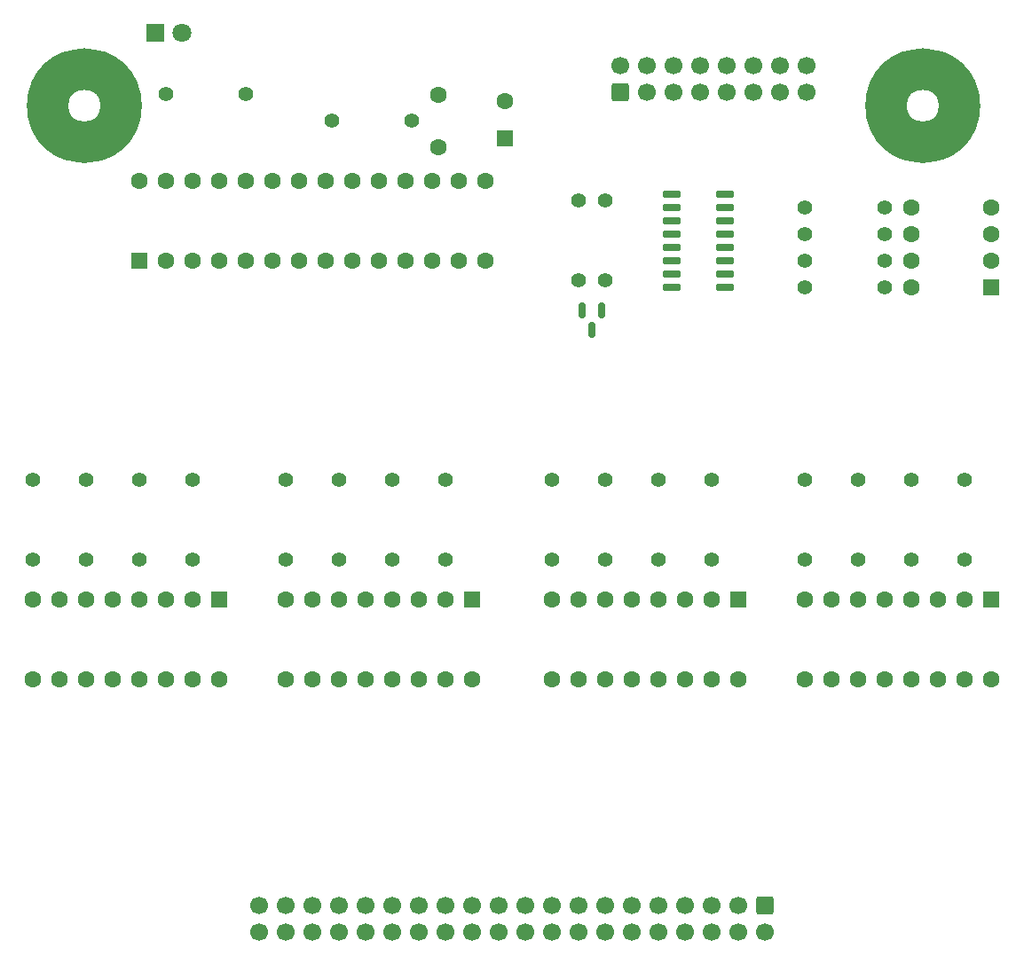
<source format=gbr>
%TF.GenerationSoftware,KiCad,Pcbnew,9.0.7*%
%TF.CreationDate,2026-02-03T14:01:29+01:00*%
%TF.ProjectId,lokho2-relays,6c6f6b68-6f32-42d7-9265-6c6179732e6b,rev?*%
%TF.SameCoordinates,Original*%
%TF.FileFunction,Soldermask,Top*%
%TF.FilePolarity,Negative*%
%FSLAX46Y46*%
G04 Gerber Fmt 4.6, Leading zero omitted, Abs format (unit mm)*
G04 Created by KiCad (PCBNEW 9.0.7) date 2026-02-03 14:01:29*
%MOMM*%
%LPD*%
G01*
G04 APERTURE LIST*
G04 Aperture macros list*
%AMRoundRect*
0 Rectangle with rounded corners*
0 $1 Rounding radius*
0 $2 $3 $4 $5 $6 $7 $8 $9 X,Y pos of 4 corners*
0 Add a 4 corners polygon primitive as box body*
4,1,4,$2,$3,$4,$5,$6,$7,$8,$9,$2,$3,0*
0 Add four circle primitives for the rounded corners*
1,1,$1+$1,$2,$3*
1,1,$1+$1,$4,$5*
1,1,$1+$1,$6,$7*
1,1,$1+$1,$8,$9*
0 Add four rect primitives between the rounded corners*
20,1,$1+$1,$2,$3,$4,$5,0*
20,1,$1+$1,$4,$5,$6,$7,0*
20,1,$1+$1,$6,$7,$8,$9,0*
20,1,$1+$1,$8,$9,$2,$3,0*%
G04 Aperture macros list end*
%ADD10C,4.000000*%
%ADD11C,1.400000*%
%ADD12RoundRect,0.250000X-0.550000X0.550000X-0.550000X-0.550000X0.550000X-0.550000X0.550000X0.550000X0*%
%ADD13C,1.600000*%
%ADD14RoundRect,0.250000X-0.600000X0.600000X-0.600000X-0.600000X0.600000X-0.600000X0.600000X0.600000X0*%
%ADD15C,1.700000*%
%ADD16RoundRect,0.150000X-0.150000X0.587500X-0.150000X-0.587500X0.150000X-0.587500X0.150000X0.587500X0*%
%ADD17R,1.800000X1.800000*%
%ADD18C,1.800000*%
%ADD19RoundRect,0.250000X0.600000X-0.600000X0.600000X0.600000X-0.600000X0.600000X-0.600000X-0.600000X0*%
%ADD20RoundRect,0.250000X0.550000X-0.550000X0.550000X0.550000X-0.550000X0.550000X-0.550000X-0.550000X0*%
%ADD21RoundRect,0.250000X0.550000X0.550000X-0.550000X0.550000X-0.550000X-0.550000X0.550000X-0.550000X0*%
%ADD22RoundRect,0.150000X-0.725000X-0.150000X0.725000X-0.150000X0.725000X0.150000X-0.725000X0.150000X0*%
G04 APERTURE END LIST*
D10*
X113500000Y-60000000D02*
G75*
G02*
X106500000Y-60000000I-3500000J0D01*
G01*
X106500000Y-60000000D02*
G75*
G02*
X113500000Y-60000000I3500000J0D01*
G01*
X193500000Y-60000000D02*
G75*
G02*
X186500000Y-60000000I-3500000J0D01*
G01*
X186500000Y-60000000D02*
G75*
G02*
X193500000Y-60000000I3500000J0D01*
G01*
D11*
%TO.C,R15*%
X183820000Y-95720000D03*
X183820000Y-103340000D03*
%TD*%
%TO.C,R18*%
X115240000Y-95720000D03*
X115240000Y-103340000D03*
%TD*%
%TO.C,R10*%
X164770000Y-95720000D03*
X164770000Y-103340000D03*
%TD*%
%TO.C,R4*%
X186360000Y-69685000D03*
X178740000Y-69685000D03*
%TD*%
%TO.C,R20*%
X105080000Y-95720000D03*
X105080000Y-103340000D03*
%TD*%
D12*
%TO.C,U5*%
X122860000Y-107150000D03*
D13*
X120320000Y-107150000D03*
X117780000Y-107150000D03*
X115240000Y-107150000D03*
X112700000Y-107150000D03*
X110160000Y-107150000D03*
X107620000Y-107150000D03*
X105080000Y-107150000D03*
X105080000Y-114770000D03*
X107620000Y-114770000D03*
X110160000Y-114770000D03*
X112700000Y-114770000D03*
X115240000Y-114770000D03*
X117780000Y-114770000D03*
X120320000Y-114770000D03*
X122860000Y-114770000D03*
%TD*%
D11*
%TO.C,R14*%
X188900000Y-95720000D03*
X188900000Y-103340000D03*
%TD*%
%TO.C,R7*%
X125400000Y-58890000D03*
X117780000Y-58890000D03*
%TD*%
%TO.C,R22*%
X139370000Y-95720000D03*
X139370000Y-103340000D03*
%TD*%
D13*
%TO.C,C2*%
X143815000Y-58930000D03*
X143815000Y-63930000D03*
%TD*%
D14*
%TO.C,J1*%
X174930000Y-136360000D03*
D15*
X174930000Y-138900000D03*
X172390000Y-136360000D03*
X172390000Y-138900000D03*
X169850000Y-136360000D03*
X169850000Y-138900000D03*
X167310000Y-136360000D03*
X167310000Y-138900000D03*
X164770000Y-136360000D03*
X164770000Y-138900000D03*
X162230000Y-136360000D03*
X162230000Y-138900000D03*
X159690000Y-136360000D03*
X159690000Y-138900000D03*
X157150000Y-136360000D03*
X157150000Y-138900000D03*
X154610000Y-136360000D03*
X154610000Y-138900000D03*
X152070000Y-136360000D03*
X152070000Y-138900000D03*
X149530000Y-136360000D03*
X149530000Y-138900000D03*
X146990000Y-136360000D03*
X146990000Y-138900000D03*
X144450000Y-136360000D03*
X144450000Y-138900000D03*
X141910000Y-136360000D03*
X141910000Y-138900000D03*
X139370000Y-136360000D03*
X139370000Y-138900000D03*
X136830000Y-136360000D03*
X136830000Y-138900000D03*
X134290000Y-136360000D03*
X134290000Y-138900000D03*
X131750000Y-136360000D03*
X131750000Y-138900000D03*
X129210000Y-136360000D03*
X129210000Y-138900000D03*
X126670000Y-136360000D03*
X126670000Y-138900000D03*
%TD*%
D11*
%TO.C,R9*%
X169850000Y-95720000D03*
X169850000Y-103340000D03*
%TD*%
D16*
%TO.C,Q1*%
X159370000Y-79542500D03*
X157470000Y-79542500D03*
X158420000Y-81417500D03*
%TD*%
D12*
%TO.C,U3*%
X172390000Y-107150000D03*
D13*
X169850000Y-107150000D03*
X167310000Y-107150000D03*
X164770000Y-107150000D03*
X162230000Y-107150000D03*
X159690000Y-107150000D03*
X157150000Y-107150000D03*
X154610000Y-107150000D03*
X154610000Y-114770000D03*
X157150000Y-114770000D03*
X159690000Y-114770000D03*
X162230000Y-114770000D03*
X164770000Y-114770000D03*
X167310000Y-114770000D03*
X169850000Y-114770000D03*
X172390000Y-114770000D03*
%TD*%
D17*
%TO.C,D1*%
X116730000Y-53000000D03*
D18*
X119270000Y-53000000D03*
%TD*%
D11*
%TO.C,R24*%
X129210000Y-95720000D03*
X129210000Y-103340000D03*
%TD*%
D12*
%TO.C,U4*%
X196520000Y-107150000D03*
D13*
X193980000Y-107150000D03*
X191440000Y-107150000D03*
X188900000Y-107150000D03*
X186360000Y-107150000D03*
X183820000Y-107150000D03*
X181280000Y-107150000D03*
X178740000Y-107150000D03*
X178740000Y-114770000D03*
X181280000Y-114770000D03*
X183820000Y-114770000D03*
X186360000Y-114770000D03*
X188900000Y-114770000D03*
X191440000Y-114770000D03*
X193980000Y-114770000D03*
X196520000Y-114770000D03*
%TD*%
D11*
%TO.C,R19*%
X110160000Y-95720000D03*
X110160000Y-103340000D03*
%TD*%
%TO.C,R23*%
X134290000Y-95720000D03*
X134290000Y-103340000D03*
%TD*%
%TO.C,R1*%
X186360000Y-77305000D03*
X178740000Y-77305000D03*
%TD*%
%TO.C,R5*%
X159690000Y-69050000D03*
X159690000Y-76670000D03*
%TD*%
%TO.C,R11*%
X159690000Y-95720000D03*
X159690000Y-103340000D03*
%TD*%
D19*
%TO.C,SPI1*%
X161110000Y-58697500D03*
D15*
X161110000Y-56157500D03*
X163650000Y-58697500D03*
X163650000Y-56157500D03*
X166190000Y-58697500D03*
X166190000Y-56157500D03*
X168730000Y-58697500D03*
X168730000Y-56157500D03*
X171270000Y-58697500D03*
X171270000Y-56157500D03*
X173810000Y-58697500D03*
X173810000Y-56157500D03*
X176350000Y-58697500D03*
X176350000Y-56157500D03*
X178890000Y-58697500D03*
X178890000Y-56157500D03*
%TD*%
D11*
%TO.C,R2*%
X186360000Y-74765000D03*
X178740000Y-74765000D03*
%TD*%
%TO.C,R16*%
X178740000Y-95720000D03*
X178740000Y-103340000D03*
%TD*%
%TO.C,R21*%
X144450000Y-95720000D03*
X144450000Y-103340000D03*
%TD*%
%TO.C,R8*%
X141275000Y-61430000D03*
X133655000Y-61430000D03*
%TD*%
%TO.C,R17*%
X120320000Y-95720000D03*
X120320000Y-103340000D03*
%TD*%
D20*
%TO.C,C1*%
X150165000Y-63082651D03*
D13*
X150165000Y-59582651D03*
%TD*%
D21*
%TO.C,SW1*%
X196520000Y-77305000D03*
D13*
X196520000Y-74765000D03*
X196520000Y-72225000D03*
X196520000Y-69685000D03*
X188900000Y-69685000D03*
X188900000Y-72225000D03*
X188900000Y-74765000D03*
X188900000Y-77305000D03*
%TD*%
D12*
%TO.C,U6*%
X146990000Y-107150000D03*
D13*
X144450000Y-107150000D03*
X141910000Y-107150000D03*
X139370000Y-107150000D03*
X136830000Y-107150000D03*
X134290000Y-107150000D03*
X131750000Y-107150000D03*
X129210000Y-107150000D03*
X129210000Y-114770000D03*
X131750000Y-114770000D03*
X134290000Y-114770000D03*
X136830000Y-114770000D03*
X139370000Y-114770000D03*
X141910000Y-114770000D03*
X144450000Y-114770000D03*
X146990000Y-114770000D03*
%TD*%
D11*
%TO.C,R12*%
X154610000Y-95720000D03*
X154610000Y-103340000D03*
%TD*%
%TO.C,R6*%
X157150000Y-76670000D03*
X157150000Y-69050000D03*
%TD*%
D22*
%TO.C,U1*%
X166005000Y-68415000D03*
X166005000Y-69685000D03*
X166005000Y-70955000D03*
X166005000Y-72225000D03*
X166005000Y-73495000D03*
X166005000Y-74765000D03*
X166005000Y-76035000D03*
X166005000Y-77305000D03*
X171155000Y-77305000D03*
X171155000Y-76035000D03*
X171155000Y-74765000D03*
X171155000Y-73495000D03*
X171155000Y-72225000D03*
X171155000Y-70955000D03*
X171155000Y-69685000D03*
X171155000Y-68415000D03*
%TD*%
D11*
%TO.C,R13*%
X193980000Y-95720000D03*
X193980000Y-103340000D03*
%TD*%
%TO.C,R3*%
X186360000Y-72225000D03*
X178740000Y-72225000D03*
%TD*%
D20*
%TO.C,U2*%
X115240000Y-74765000D03*
D13*
X117780000Y-74765000D03*
X120320000Y-74765000D03*
X122860000Y-74765000D03*
X125400000Y-74765000D03*
X127940000Y-74765000D03*
X130480000Y-74765000D03*
X133020000Y-74765000D03*
X135560000Y-74765000D03*
X138100000Y-74765000D03*
X140640000Y-74765000D03*
X143180000Y-74765000D03*
X145720000Y-74765000D03*
X148260000Y-74765000D03*
X148260000Y-67145000D03*
X145720000Y-67145000D03*
X143180000Y-67145000D03*
X140640000Y-67145000D03*
X138100000Y-67145000D03*
X135560000Y-67145000D03*
X133020000Y-67145000D03*
X130480000Y-67145000D03*
X127940000Y-67145000D03*
X125400000Y-67145000D03*
X122860000Y-67145000D03*
X120320000Y-67145000D03*
X117780000Y-67145000D03*
X115240000Y-67145000D03*
%TD*%
M02*

</source>
